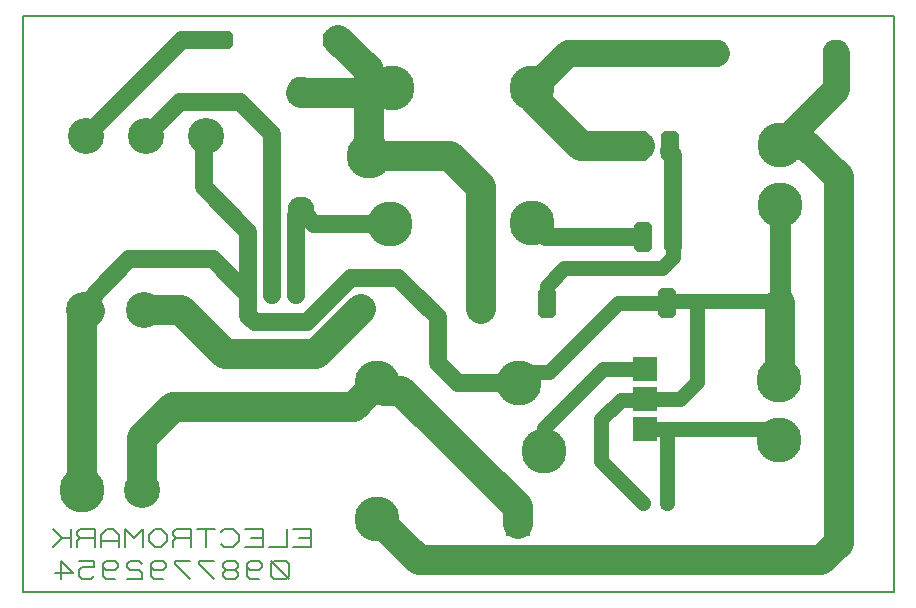
<source format=gbr>
G04 PROTEUS GERBER X2 FILE*
%TF.GenerationSoftware,Labcenter,Proteus,8.13-SP0-Build31525*%
%TF.CreationDate,2024-10-30T04:27:48+00:00*%
%TF.FileFunction,Copper,L2,Bot*%
%TF.FilePolarity,Positive*%
%TF.Part,Single*%
%TF.SameCoordinates,{7e0819cd-3aa5-4556-a237-21aa8943194a}*%
%FSLAX45Y45*%
%MOMM*%
G01*
%TA.AperFunction,Conductor*%
%ADD19C,2.540000*%
%ADD70C,1.524000*%
%ADD71C,2.286000*%
%ADD20C,1.270000*%
%ADD21C,0.254000*%
%ADD22C,1.778000*%
%TA.AperFunction,ComponentPad*%
%ADD10C,3.048000*%
%ADD11C,3.810000*%
%ADD12C,2.286000*%
%AMDIL003*
4,1,8,
-0.762000,0.965200,-0.457200,1.270000,0.457200,1.270000,0.762000,0.965200,0.762000,-0.965200,
0.457200,-1.270000,-0.457200,-1.270000,-0.762000,-0.965200,-0.762000,0.965200,
0*%
%ADD13DIL003*%
%TA.AperFunction,ComponentPad*%
%ADD14R,2.032000X2.032000*%
%TA.AperFunction,ComponentPad*%
%ADD15C,1.524000*%
%AMDIL006*
4,1,8,
-1.270000,0.457200,-0.965200,0.762000,0.965200,0.762000,1.270000,0.457200,1.270000,-0.457200,
0.965200,-0.762000,-0.965200,-0.762000,-1.270000,-0.457200,-1.270000,0.457200,
0*%
%TA.AperFunction,ComponentPad*%
%ADD16DIL006*%
%TA.AperFunction,WasherPad*%
%ADD17R,1.120000X1.120000*%
%TA.AperFunction,ComponentPad*%
%ADD18C,1.120000*%
%TA.AperFunction,NonConductor*%
%ADD23C,0.203200*%
%TD.AperFunction*%
D19*
X+3730000Y+4259299D02*
X+3773328Y+4302627D01*
X+3730000Y+4270000D01*
X+3730000Y+4259299D01*
D70*
X+3720000Y+3120000D02*
X+3070000Y+3120000D01*
X+3040300Y+3149700D01*
X+2960000Y+3264000D01*
X+2960000Y+3234000D01*
D19*
X+3730000Y+4279299D02*
X+3730000Y+4259299D01*
X+3700701Y+4230000D01*
X+3487503Y+4230000D02*
X+3487503Y+4248920D01*
X+3487503Y+4230000D02*
X+3540000Y+4230000D01*
X+3700701Y+4230000D01*
X+1112000Y+870000D02*
X+1112000Y+2315288D01*
X+1174480Y+2377768D01*
X+1122000Y+2390000D01*
D70*
X+2960000Y+4230000D02*
X+2960000Y+4250000D01*
D19*
X+3370000Y+4230000D02*
X+2960000Y+4230000D01*
X+3370000Y+4230000D02*
X+3487503Y+4230000D01*
D70*
X+1140000Y+3860000D02*
X+1960000Y+4680000D01*
X+2264000Y+4680000D01*
X+2516800Y+2520000D02*
X+2516800Y+3053200D01*
X+2140000Y+3430000D01*
X+2140000Y+3853883D01*
X+2179160Y+3893043D01*
X+2156000Y+3860000D01*
X+2516800Y+2520000D02*
X+2216800Y+2820000D01*
X+2060000Y+2820000D01*
X+1511044Y+2820000D01*
X+1233444Y+2542400D01*
X+1122000Y+2390000D01*
X+2720000Y+2520000D02*
X+2720000Y+3880000D01*
X+2450000Y+4150000D01*
X+1938000Y+4150000D01*
X+1648000Y+3860000D01*
D19*
X+3280000Y+4680000D02*
X+3540000Y+4420000D01*
X+3540000Y+4246597D01*
X+3540000Y+4230000D01*
X+3540000Y+4180000D01*
X+3540000Y+3690000D02*
X+3540000Y+4180000D01*
X+3540000Y+4246597D02*
X+3542323Y+4248920D01*
X+4490000Y+2400000D02*
X+4490000Y+3430144D01*
X+4225884Y+3694260D01*
X+3544260Y+3694260D01*
X+3540000Y+3690000D01*
D70*
X+2923200Y+2520000D02*
X+2923200Y+3197200D01*
X+2960000Y+3234000D01*
D19*
X+5836000Y+3780000D02*
X+5332840Y+3780000D01*
X+4944440Y+4168400D01*
X+4920000Y+4270000D01*
D70*
X+6110000Y+3010000D02*
X+6110000Y+3700000D01*
X+6080000Y+3730000D01*
X+6090000Y+3780000D01*
X+5856000Y+3010000D02*
X+5040000Y+3010000D01*
X+4920000Y+3130000D01*
D19*
X+4800000Y+580000D02*
X+4800000Y+720000D01*
X+3813565Y+1706435D01*
X+3666347Y+1706435D01*
X+3610000Y+1770000D01*
X+3410000Y+1570000D01*
X+1880000Y+1570000D01*
X+1620000Y+1310000D01*
X+1620000Y+870000D01*
X+3610000Y+620000D02*
X+3960000Y+270000D01*
X+7368811Y+270000D01*
X+7516840Y+418029D01*
X+7516840Y+3513160D01*
X+7240000Y+3790000D01*
X+7020000Y+3790000D01*
X+1630000Y+2390000D02*
X+1948743Y+2390000D01*
X+1993739Y+2345004D01*
X+2323090Y+2015653D01*
X+2350000Y+2015653D01*
X+3474000Y+2400000D02*
X+3089653Y+2015653D01*
X+2966928Y+2015653D01*
X+2350000Y+2015653D01*
D71*
X+4920000Y+4270000D02*
X+5220000Y+4570000D01*
X+6474000Y+4570000D01*
X+7490000Y+4570000D02*
X+7490000Y+4260000D01*
X+7020000Y+3790000D01*
D19*
X+7020000Y+2450000D02*
X+7020000Y+1980000D01*
X+7020000Y+1810000D01*
X+7020000Y+1765334D01*
D70*
X+2516800Y+2520000D02*
X+2516800Y+2343200D01*
X+2570000Y+2290000D01*
X+3013042Y+2290000D01*
X+3276144Y+2553102D01*
X+3386579Y+2663537D01*
X+3592724Y+2663537D01*
X+3786463Y+2663537D01*
X+3880000Y+2570000D01*
X+4122811Y+2327189D01*
X+4122811Y+1942029D01*
X+4294840Y+1770000D01*
X+4740000Y+1770000D01*
D20*
X+6060000Y+760000D02*
X+6060000Y+1376289D01*
X+6065711Y+1382000D01*
X+5880000Y+1382000D02*
X+6065711Y+1382000D01*
X+6888889Y+1382000D01*
X+6985755Y+1285134D01*
X+7010000Y+1292000D01*
X+5860000Y+760000D02*
X+5506912Y+1113088D01*
X+5506912Y+1285134D01*
X+5506912Y+1465756D01*
X+5673423Y+1632267D01*
X+5860000Y+1632267D01*
X+5876267Y+1632267D01*
X+5880000Y+1636000D01*
D21*
X+4780000Y+1770000D02*
X+4810000Y+1770000D01*
X+4740000Y+1770000D02*
X+4780000Y+1770000D01*
D20*
X+6110000Y+3010000D02*
X+6110000Y+2837847D01*
X+6017579Y+2745426D01*
X+5191793Y+2745426D01*
X+5043722Y+2597355D01*
X+5043722Y+2577000D01*
X+5050000Y+2450000D01*
X+5880000Y+1636000D02*
X+6176000Y+1636000D01*
X+6320000Y+1780000D01*
X+6320000Y+2432780D01*
X+6337220Y+2450000D01*
D21*
X+7010000Y+1800000D02*
X+7010000Y+2448065D01*
X+7008065Y+2450000D01*
D20*
X+6352542Y+2465322D02*
X+6094241Y+2465322D01*
X+6078919Y+2450000D01*
X+6062563Y+2433644D01*
X+6066000Y+2450000D01*
X+6337220Y+2450000D02*
X+6352542Y+2465322D01*
X+6353588Y+2466368D01*
D21*
X+7008065Y+2450000D02*
X+7020000Y+2450000D01*
D20*
X+4810000Y+1770000D02*
X+4903440Y+1863440D01*
X+5063441Y+1863440D01*
X+5650001Y+2450000D01*
X+6066000Y+2450000D01*
X+5020000Y+1200000D02*
X+5020000Y+1390000D01*
X+5520000Y+1890000D01*
X+5880000Y+1890000D01*
D21*
X+6066000Y+2450000D02*
X+6078919Y+2450000D01*
X+6337220Y+2450000D01*
X+6444709Y+2450000D01*
X+6980000Y+2450000D01*
X+6994032Y+2464032D01*
X+7020000Y+2490000D01*
D22*
X+7020000Y+2690000D01*
X+7020000Y+2734126D01*
X+7020000Y+3309686D01*
X+7036910Y+3326596D01*
X+7020000Y+3282000D01*
D20*
X+7008065Y+2450000D02*
X+6994032Y+2464032D01*
X+6992743Y+2465322D01*
X+6352542Y+2465322D01*
X+6980000Y+2450000D02*
X+7008065Y+2450000D01*
D22*
X+7020000Y+3282000D02*
X+7020000Y+2734126D01*
D10*
X+1630000Y+2390000D03*
X+1122000Y+2390000D03*
X+1620000Y+870000D03*
D11*
X+1112000Y+870000D03*
D12*
X+2960000Y+3234000D03*
X+2960000Y+4250000D03*
D11*
X+3730000Y+4270000D03*
X+3720000Y+3120000D03*
X+3540000Y+3690000D03*
X+4920000Y+4270000D03*
X+4920000Y+3130000D03*
D13*
X+6090000Y+3780000D03*
X+5836000Y+3780000D03*
X+6110000Y+3010000D03*
X+5856000Y+3010000D03*
D12*
X+3474000Y+2400000D03*
X+4490000Y+2400000D03*
D14*
X+4800000Y+580000D03*
D11*
X+4810000Y+1770000D03*
X+5020000Y+1200000D03*
X+3610000Y+620000D03*
X+3610000Y+1770000D03*
X+7010000Y+1800000D03*
X+7010000Y+1292000D03*
D15*
X+2516800Y+2520000D03*
X+2720000Y+2520000D03*
X+2923200Y+2520000D03*
D11*
X+7020000Y+3790000D03*
X+7020000Y+3282000D03*
D12*
X+6474000Y+4570000D03*
X+7490000Y+4570000D03*
D10*
X+1140000Y+3860000D03*
X+1648000Y+3860000D03*
X+2156000Y+3860000D03*
D13*
X+5050000Y+2450000D03*
X+6066000Y+2450000D03*
D16*
X+3280000Y+4680000D03*
X+2264000Y+4680000D03*
D14*
X+5880000Y+1890000D03*
X+5880000Y+1636000D03*
X+5880000Y+1382000D03*
D17*
X+6060000Y+760000D03*
D18*
X+5860000Y+760000D03*
D23*
X+610000Y+0D02*
X+7980000Y+0D01*
X+7980000Y+4880000D01*
X+610000Y+4880000D01*
X+610000Y+0D01*
X+2897600Y+386800D02*
X+3050000Y+386800D01*
X+3050000Y+539200D01*
X+2897600Y+539200D01*
X+3050000Y+463000D02*
X+2948400Y+463000D01*
X+2846800Y+539200D02*
X+2846800Y+386800D01*
X+2694400Y+386800D01*
X+2491200Y+386800D02*
X+2643600Y+386800D01*
X+2643600Y+539200D01*
X+2491200Y+539200D01*
X+2643600Y+463000D02*
X+2542000Y+463000D01*
X+2288000Y+412200D02*
X+2313400Y+386800D01*
X+2389600Y+386800D01*
X+2440400Y+437600D01*
X+2440400Y+488400D01*
X+2389600Y+539200D01*
X+2313400Y+539200D01*
X+2288000Y+513800D01*
X+2237200Y+539200D02*
X+2084800Y+539200D01*
X+2161000Y+539200D02*
X+2161000Y+386800D01*
X+2034000Y+386800D02*
X+2034000Y+539200D01*
X+1907000Y+539200D01*
X+1881600Y+513800D01*
X+1881600Y+488400D01*
X+1907000Y+463000D01*
X+2034000Y+463000D01*
X+1907000Y+463000D02*
X+1881600Y+437600D01*
X+1881600Y+386800D01*
X+1830800Y+488400D02*
X+1780000Y+539200D01*
X+1729200Y+539200D01*
X+1678400Y+488400D01*
X+1678400Y+437600D01*
X+1729200Y+386800D01*
X+1780000Y+386800D01*
X+1830800Y+437600D01*
X+1830800Y+488400D01*
X+1627600Y+386800D02*
X+1627600Y+539200D01*
X+1551400Y+463000D01*
X+1475200Y+539200D01*
X+1475200Y+386800D01*
X+1424400Y+386800D02*
X+1424400Y+488400D01*
X+1373600Y+539200D01*
X+1322800Y+539200D01*
X+1272000Y+488400D01*
X+1272000Y+386800D01*
X+1424400Y+437600D02*
X+1272000Y+437600D01*
X+1221200Y+386800D02*
X+1221200Y+539200D01*
X+1094200Y+539200D01*
X+1068800Y+513800D01*
X+1068800Y+488400D01*
X+1094200Y+463000D01*
X+1221200Y+463000D01*
X+1094200Y+463000D02*
X+1068800Y+437600D01*
X+1068800Y+386800D01*
X+1018000Y+539200D02*
X+1018000Y+386800D01*
X+865600Y+539200D02*
X+941800Y+463000D01*
X+865600Y+386800D01*
X+1018000Y+463000D02*
X+941800Y+463000D01*
X+2860000Y+142200D02*
X+2860000Y+243800D01*
X+2834600Y+269200D01*
X+2733000Y+269200D01*
X+2707600Y+243800D01*
X+2707600Y+142200D01*
X+2733000Y+116800D01*
X+2834600Y+116800D01*
X+2860000Y+142200D01*
X+2860000Y+116800D02*
X+2707600Y+269200D01*
X+2504400Y+218400D02*
X+2529800Y+193000D01*
X+2606000Y+193000D01*
X+2631400Y+218400D01*
X+2631400Y+243800D01*
X+2606000Y+269200D01*
X+2529800Y+269200D01*
X+2504400Y+243800D01*
X+2504400Y+142200D01*
X+2529800Y+116800D01*
X+2606000Y+116800D01*
X+2402800Y+193000D02*
X+2428200Y+218400D01*
X+2428200Y+243800D01*
X+2402800Y+269200D01*
X+2326600Y+269200D01*
X+2301200Y+243800D01*
X+2301200Y+218400D01*
X+2326600Y+193000D01*
X+2402800Y+193000D01*
X+2428200Y+167600D01*
X+2428200Y+142200D01*
X+2402800Y+116800D01*
X+2326600Y+116800D01*
X+2301200Y+142200D01*
X+2301200Y+167600D01*
X+2326600Y+193000D01*
X+2225000Y+269200D02*
X+2098000Y+269200D01*
X+2098000Y+243800D01*
X+2225000Y+116800D01*
X+2021800Y+269200D02*
X+1894800Y+269200D01*
X+1894800Y+243800D01*
X+2021800Y+116800D01*
X+1691600Y+218400D02*
X+1717000Y+193000D01*
X+1793200Y+193000D01*
X+1818600Y+218400D01*
X+1818600Y+243800D01*
X+1793200Y+269200D01*
X+1717000Y+269200D01*
X+1691600Y+243800D01*
X+1691600Y+142200D01*
X+1717000Y+116800D01*
X+1793200Y+116800D01*
X+1615400Y+243800D02*
X+1590000Y+269200D01*
X+1513800Y+269200D01*
X+1488400Y+243800D01*
X+1488400Y+218400D01*
X+1513800Y+193000D01*
X+1590000Y+193000D01*
X+1615400Y+167600D01*
X+1615400Y+116800D01*
X+1488400Y+116800D01*
X+1285200Y+218400D02*
X+1310600Y+193000D01*
X+1386800Y+193000D01*
X+1412200Y+218400D01*
X+1412200Y+243800D01*
X+1386800Y+269200D01*
X+1310600Y+269200D01*
X+1285200Y+243800D01*
X+1285200Y+142200D01*
X+1310600Y+116800D01*
X+1386800Y+116800D01*
X+1082000Y+269200D02*
X+1209000Y+269200D01*
X+1209000Y+218400D01*
X+1107400Y+218400D01*
X+1082000Y+193000D01*
X+1082000Y+142200D01*
X+1107400Y+116800D01*
X+1183600Y+116800D01*
X+1209000Y+142200D01*
X+878800Y+167600D02*
X+1031200Y+167600D01*
X+929600Y+269200D01*
X+929600Y+116800D01*
M02*

</source>
